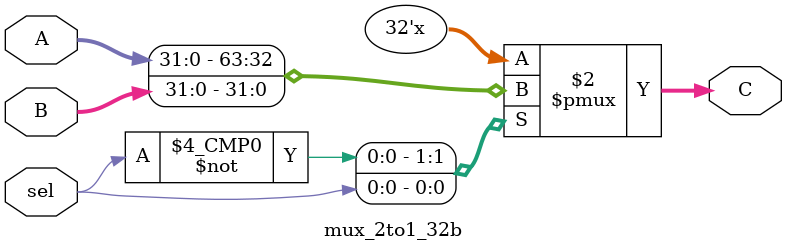
<source format=sv>
module mux_2to1_32b #(parameter N=32) (input logic [N-1:0] A, B,
													input logic sel,
													output logic [N-1:0] C);

	always_comb
		case(sel)
		
			1'b0: C = A;		
		
			1'b1: C = B;
			
			default: C = B; // undefined
			
		endcase
	
endmodule
</source>
